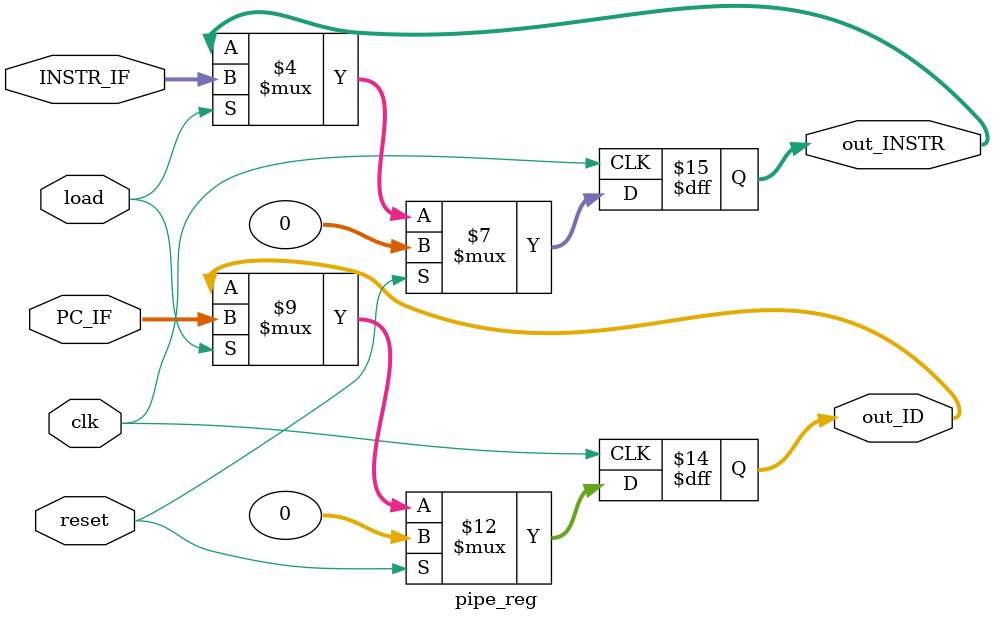
<source format=v>
`timescale 1ns / 1ps

module pipe_reg(input clk,  input reset, input load, input [31:0] PC_IF, INSTR_IF, 
                output reg [31:0] out_ID, out_INSTR
    );
    
    always@(posedge clk) begin
        if (reset == 1) begin
            out_ID = 0;
            out_INSTR = 0;
        end
        else if (load == 1) begin
            out_ID <= PC_IF;
            out_INSTR <= INSTR_IF;
        end
    end
endmodule

</source>
